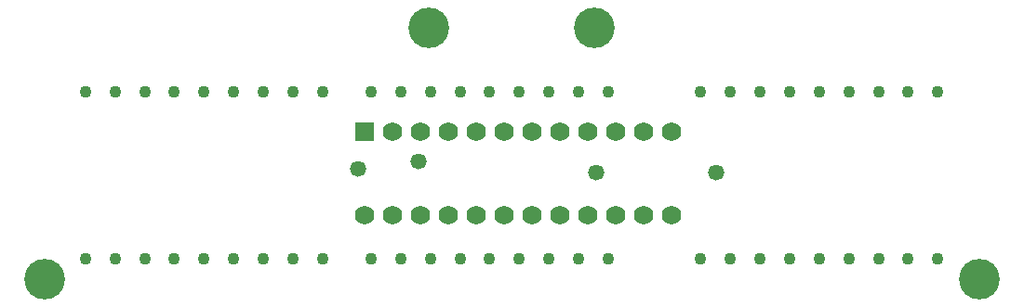
<source format=gts>
G04 Layer_Color=8388736*
%FSLAX42Y42*%
%MOMM*%
G71*
G01*
G75*
%ADD20C,1.10*%
%ADD21C,1.76*%
%ADD22R,1.76X1.76*%
%ADD23C,3.70*%
%ADD24C,1.47*%
D20*
X2780Y2015D02*
D03*
X2510D02*
D03*
X2240D02*
D03*
X1970D02*
D03*
X1700D02*
D03*
X1430D02*
D03*
X1160D02*
D03*
X890D02*
D03*
X620D02*
D03*
X2780Y485D02*
D03*
X2510D02*
D03*
X2240D02*
D03*
X1970D02*
D03*
X1700D02*
D03*
X1430D02*
D03*
X1160D02*
D03*
X890D02*
D03*
X620D02*
D03*
X8380Y2015D02*
D03*
X8110D02*
D03*
X7840D02*
D03*
X7570D02*
D03*
X7300D02*
D03*
X7030D02*
D03*
X6760D02*
D03*
X6490D02*
D03*
X6220D02*
D03*
X8380Y485D02*
D03*
X8110D02*
D03*
X7840D02*
D03*
X7570D02*
D03*
X7300D02*
D03*
X7030D02*
D03*
X6760D02*
D03*
X6490D02*
D03*
X6220D02*
D03*
X5380Y2015D02*
D03*
X5110D02*
D03*
X4840D02*
D03*
X4570D02*
D03*
X4300D02*
D03*
X4030D02*
D03*
X3760D02*
D03*
X3490D02*
D03*
X3220D02*
D03*
X5380Y485D02*
D03*
X5110D02*
D03*
X4840D02*
D03*
X4570D02*
D03*
X4300D02*
D03*
X4030D02*
D03*
X3760D02*
D03*
X3490D02*
D03*
X3220D02*
D03*
D21*
X5954Y888D02*
D03*
X5700D02*
D03*
X5446D02*
D03*
X5192D02*
D03*
X4938D02*
D03*
X4684D02*
D03*
X4430D02*
D03*
X4176D02*
D03*
X3922D02*
D03*
X3668D02*
D03*
X3414D02*
D03*
X3160D02*
D03*
X5954Y1650D02*
D03*
X5700D02*
D03*
X5446D02*
D03*
X5192D02*
D03*
X4938D02*
D03*
X4684D02*
D03*
X4430D02*
D03*
X4176D02*
D03*
X3922D02*
D03*
X3668D02*
D03*
X3414D02*
D03*
D22*
X3160D02*
D03*
D23*
X250Y300D02*
D03*
X8760D02*
D03*
X3750Y2600D02*
D03*
X5250D02*
D03*
D24*
X5270Y1280D02*
D03*
X6360D02*
D03*
X3650Y1380D02*
D03*
X3100Y1310D02*
D03*
M02*

</source>
